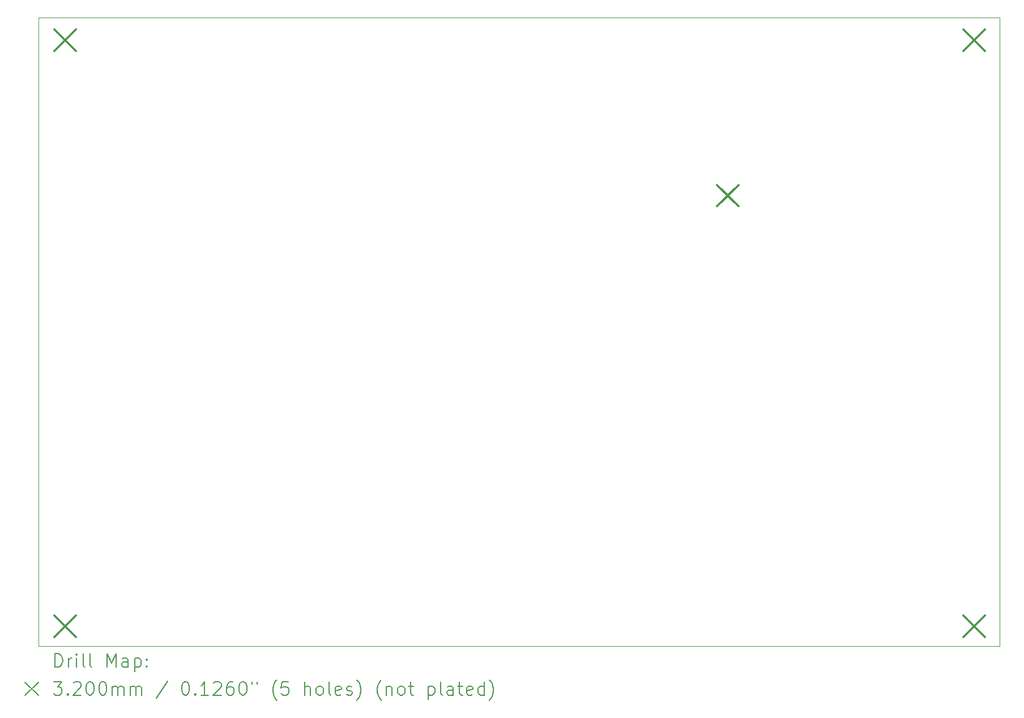
<source format=gbr>
%TF.GenerationSoftware,KiCad,Pcbnew,7.0.2*%
%TF.CreationDate,2023-10-13T15:39:27+02:00*%
%TF.ProjectId,Module_3,4d6f6475-6c65-45f3-932e-6b696361645f,rev?*%
%TF.SameCoordinates,Original*%
%TF.FileFunction,Drillmap*%
%TF.FilePolarity,Positive*%
%FSLAX45Y45*%
G04 Gerber Fmt 4.5, Leading zero omitted, Abs format (unit mm)*
G04 Created by KiCad (PCBNEW 7.0.2) date 2023-10-13 15:39:27*
%MOMM*%
%LPD*%
G01*
G04 APERTURE LIST*
%ADD10C,0.100000*%
%ADD11C,0.200000*%
%ADD12C,0.320000*%
G04 APERTURE END LIST*
D10*
X7988300Y-4612800D02*
X22352000Y-4612800D01*
X22352000Y-14010800D01*
X7988300Y-14010800D01*
X7988300Y-4612800D01*
D11*
D12*
X8222000Y-4793000D02*
X8542000Y-5113000D01*
X8542000Y-4793000D02*
X8222000Y-5113000D01*
X8222000Y-13556000D02*
X8542000Y-13876000D01*
X8542000Y-13556000D02*
X8222000Y-13876000D01*
X18128000Y-7119800D02*
X18448000Y-7439800D01*
X18448000Y-7119800D02*
X18128000Y-7439800D01*
X21811000Y-4793000D02*
X22131000Y-5113000D01*
X22131000Y-4793000D02*
X21811000Y-5113000D01*
X21811000Y-13556000D02*
X22131000Y-13876000D01*
X22131000Y-13556000D02*
X21811000Y-13876000D01*
D11*
X8230919Y-14328324D02*
X8230919Y-14128324D01*
X8230919Y-14128324D02*
X8278538Y-14128324D01*
X8278538Y-14128324D02*
X8307109Y-14137848D01*
X8307109Y-14137848D02*
X8326157Y-14156895D01*
X8326157Y-14156895D02*
X8335681Y-14175943D01*
X8335681Y-14175943D02*
X8345205Y-14214038D01*
X8345205Y-14214038D02*
X8345205Y-14242609D01*
X8345205Y-14242609D02*
X8335681Y-14280705D01*
X8335681Y-14280705D02*
X8326157Y-14299752D01*
X8326157Y-14299752D02*
X8307109Y-14318800D01*
X8307109Y-14318800D02*
X8278538Y-14328324D01*
X8278538Y-14328324D02*
X8230919Y-14328324D01*
X8430919Y-14328324D02*
X8430919Y-14194990D01*
X8430919Y-14233086D02*
X8440443Y-14214038D01*
X8440443Y-14214038D02*
X8449967Y-14204514D01*
X8449967Y-14204514D02*
X8469014Y-14194990D01*
X8469014Y-14194990D02*
X8488062Y-14194990D01*
X8554729Y-14328324D02*
X8554729Y-14194990D01*
X8554729Y-14128324D02*
X8545205Y-14137848D01*
X8545205Y-14137848D02*
X8554729Y-14147371D01*
X8554729Y-14147371D02*
X8564252Y-14137848D01*
X8564252Y-14137848D02*
X8554729Y-14128324D01*
X8554729Y-14128324D02*
X8554729Y-14147371D01*
X8678538Y-14328324D02*
X8659490Y-14318800D01*
X8659490Y-14318800D02*
X8649967Y-14299752D01*
X8649967Y-14299752D02*
X8649967Y-14128324D01*
X8783300Y-14328324D02*
X8764252Y-14318800D01*
X8764252Y-14318800D02*
X8754729Y-14299752D01*
X8754729Y-14299752D02*
X8754729Y-14128324D01*
X9011871Y-14328324D02*
X9011871Y-14128324D01*
X9011871Y-14128324D02*
X9078538Y-14271181D01*
X9078538Y-14271181D02*
X9145205Y-14128324D01*
X9145205Y-14128324D02*
X9145205Y-14328324D01*
X9326157Y-14328324D02*
X9326157Y-14223562D01*
X9326157Y-14223562D02*
X9316633Y-14204514D01*
X9316633Y-14204514D02*
X9297586Y-14194990D01*
X9297586Y-14194990D02*
X9259490Y-14194990D01*
X9259490Y-14194990D02*
X9240443Y-14204514D01*
X9326157Y-14318800D02*
X9307110Y-14328324D01*
X9307110Y-14328324D02*
X9259490Y-14328324D01*
X9259490Y-14328324D02*
X9240443Y-14318800D01*
X9240443Y-14318800D02*
X9230919Y-14299752D01*
X9230919Y-14299752D02*
X9230919Y-14280705D01*
X9230919Y-14280705D02*
X9240443Y-14261657D01*
X9240443Y-14261657D02*
X9259490Y-14252133D01*
X9259490Y-14252133D02*
X9307110Y-14252133D01*
X9307110Y-14252133D02*
X9326157Y-14242609D01*
X9421395Y-14194990D02*
X9421395Y-14394990D01*
X9421395Y-14204514D02*
X9440443Y-14194990D01*
X9440443Y-14194990D02*
X9478538Y-14194990D01*
X9478538Y-14194990D02*
X9497586Y-14204514D01*
X9497586Y-14204514D02*
X9507110Y-14214038D01*
X9507110Y-14214038D02*
X9516633Y-14233086D01*
X9516633Y-14233086D02*
X9516633Y-14290228D01*
X9516633Y-14290228D02*
X9507110Y-14309276D01*
X9507110Y-14309276D02*
X9497586Y-14318800D01*
X9497586Y-14318800D02*
X9478538Y-14328324D01*
X9478538Y-14328324D02*
X9440443Y-14328324D01*
X9440443Y-14328324D02*
X9421395Y-14318800D01*
X9602348Y-14309276D02*
X9611871Y-14318800D01*
X9611871Y-14318800D02*
X9602348Y-14328324D01*
X9602348Y-14328324D02*
X9592824Y-14318800D01*
X9592824Y-14318800D02*
X9602348Y-14309276D01*
X9602348Y-14309276D02*
X9602348Y-14328324D01*
X9602348Y-14204514D02*
X9611871Y-14214038D01*
X9611871Y-14214038D02*
X9602348Y-14223562D01*
X9602348Y-14223562D02*
X9592824Y-14214038D01*
X9592824Y-14214038D02*
X9602348Y-14204514D01*
X9602348Y-14204514D02*
X9602348Y-14223562D01*
X7783300Y-14555800D02*
X7983300Y-14755800D01*
X7983300Y-14555800D02*
X7783300Y-14755800D01*
X8211871Y-14548324D02*
X8335681Y-14548324D01*
X8335681Y-14548324D02*
X8269014Y-14624514D01*
X8269014Y-14624514D02*
X8297586Y-14624514D01*
X8297586Y-14624514D02*
X8316633Y-14634038D01*
X8316633Y-14634038D02*
X8326157Y-14643562D01*
X8326157Y-14643562D02*
X8335681Y-14662609D01*
X8335681Y-14662609D02*
X8335681Y-14710228D01*
X8335681Y-14710228D02*
X8326157Y-14729276D01*
X8326157Y-14729276D02*
X8316633Y-14738800D01*
X8316633Y-14738800D02*
X8297586Y-14748324D01*
X8297586Y-14748324D02*
X8240443Y-14748324D01*
X8240443Y-14748324D02*
X8221395Y-14738800D01*
X8221395Y-14738800D02*
X8211871Y-14729276D01*
X8421395Y-14729276D02*
X8430919Y-14738800D01*
X8430919Y-14738800D02*
X8421395Y-14748324D01*
X8421395Y-14748324D02*
X8411871Y-14738800D01*
X8411871Y-14738800D02*
X8421395Y-14729276D01*
X8421395Y-14729276D02*
X8421395Y-14748324D01*
X8507110Y-14567371D02*
X8516633Y-14557848D01*
X8516633Y-14557848D02*
X8535681Y-14548324D01*
X8535681Y-14548324D02*
X8583300Y-14548324D01*
X8583300Y-14548324D02*
X8602348Y-14557848D01*
X8602348Y-14557848D02*
X8611871Y-14567371D01*
X8611871Y-14567371D02*
X8621395Y-14586419D01*
X8621395Y-14586419D02*
X8621395Y-14605467D01*
X8621395Y-14605467D02*
X8611871Y-14634038D01*
X8611871Y-14634038D02*
X8497586Y-14748324D01*
X8497586Y-14748324D02*
X8621395Y-14748324D01*
X8745205Y-14548324D02*
X8764252Y-14548324D01*
X8764252Y-14548324D02*
X8783300Y-14557848D01*
X8783300Y-14557848D02*
X8792824Y-14567371D01*
X8792824Y-14567371D02*
X8802348Y-14586419D01*
X8802348Y-14586419D02*
X8811871Y-14624514D01*
X8811871Y-14624514D02*
X8811871Y-14672133D01*
X8811871Y-14672133D02*
X8802348Y-14710228D01*
X8802348Y-14710228D02*
X8792824Y-14729276D01*
X8792824Y-14729276D02*
X8783300Y-14738800D01*
X8783300Y-14738800D02*
X8764252Y-14748324D01*
X8764252Y-14748324D02*
X8745205Y-14748324D01*
X8745205Y-14748324D02*
X8726157Y-14738800D01*
X8726157Y-14738800D02*
X8716633Y-14729276D01*
X8716633Y-14729276D02*
X8707110Y-14710228D01*
X8707110Y-14710228D02*
X8697586Y-14672133D01*
X8697586Y-14672133D02*
X8697586Y-14624514D01*
X8697586Y-14624514D02*
X8707110Y-14586419D01*
X8707110Y-14586419D02*
X8716633Y-14567371D01*
X8716633Y-14567371D02*
X8726157Y-14557848D01*
X8726157Y-14557848D02*
X8745205Y-14548324D01*
X8935681Y-14548324D02*
X8954729Y-14548324D01*
X8954729Y-14548324D02*
X8973776Y-14557848D01*
X8973776Y-14557848D02*
X8983300Y-14567371D01*
X8983300Y-14567371D02*
X8992824Y-14586419D01*
X8992824Y-14586419D02*
X9002348Y-14624514D01*
X9002348Y-14624514D02*
X9002348Y-14672133D01*
X9002348Y-14672133D02*
X8992824Y-14710228D01*
X8992824Y-14710228D02*
X8983300Y-14729276D01*
X8983300Y-14729276D02*
X8973776Y-14738800D01*
X8973776Y-14738800D02*
X8954729Y-14748324D01*
X8954729Y-14748324D02*
X8935681Y-14748324D01*
X8935681Y-14748324D02*
X8916633Y-14738800D01*
X8916633Y-14738800D02*
X8907110Y-14729276D01*
X8907110Y-14729276D02*
X8897586Y-14710228D01*
X8897586Y-14710228D02*
X8888062Y-14672133D01*
X8888062Y-14672133D02*
X8888062Y-14624514D01*
X8888062Y-14624514D02*
X8897586Y-14586419D01*
X8897586Y-14586419D02*
X8907110Y-14567371D01*
X8907110Y-14567371D02*
X8916633Y-14557848D01*
X8916633Y-14557848D02*
X8935681Y-14548324D01*
X9088062Y-14748324D02*
X9088062Y-14614990D01*
X9088062Y-14634038D02*
X9097586Y-14624514D01*
X9097586Y-14624514D02*
X9116633Y-14614990D01*
X9116633Y-14614990D02*
X9145205Y-14614990D01*
X9145205Y-14614990D02*
X9164252Y-14624514D01*
X9164252Y-14624514D02*
X9173776Y-14643562D01*
X9173776Y-14643562D02*
X9173776Y-14748324D01*
X9173776Y-14643562D02*
X9183300Y-14624514D01*
X9183300Y-14624514D02*
X9202348Y-14614990D01*
X9202348Y-14614990D02*
X9230919Y-14614990D01*
X9230919Y-14614990D02*
X9249967Y-14624514D01*
X9249967Y-14624514D02*
X9259491Y-14643562D01*
X9259491Y-14643562D02*
X9259491Y-14748324D01*
X9354729Y-14748324D02*
X9354729Y-14614990D01*
X9354729Y-14634038D02*
X9364252Y-14624514D01*
X9364252Y-14624514D02*
X9383300Y-14614990D01*
X9383300Y-14614990D02*
X9411872Y-14614990D01*
X9411872Y-14614990D02*
X9430919Y-14624514D01*
X9430919Y-14624514D02*
X9440443Y-14643562D01*
X9440443Y-14643562D02*
X9440443Y-14748324D01*
X9440443Y-14643562D02*
X9449967Y-14624514D01*
X9449967Y-14624514D02*
X9469014Y-14614990D01*
X9469014Y-14614990D02*
X9497586Y-14614990D01*
X9497586Y-14614990D02*
X9516633Y-14624514D01*
X9516633Y-14624514D02*
X9526157Y-14643562D01*
X9526157Y-14643562D02*
X9526157Y-14748324D01*
X9916633Y-14538800D02*
X9745205Y-14795943D01*
X10173776Y-14548324D02*
X10192824Y-14548324D01*
X10192824Y-14548324D02*
X10211872Y-14557848D01*
X10211872Y-14557848D02*
X10221395Y-14567371D01*
X10221395Y-14567371D02*
X10230919Y-14586419D01*
X10230919Y-14586419D02*
X10240443Y-14624514D01*
X10240443Y-14624514D02*
X10240443Y-14672133D01*
X10240443Y-14672133D02*
X10230919Y-14710228D01*
X10230919Y-14710228D02*
X10221395Y-14729276D01*
X10221395Y-14729276D02*
X10211872Y-14738800D01*
X10211872Y-14738800D02*
X10192824Y-14748324D01*
X10192824Y-14748324D02*
X10173776Y-14748324D01*
X10173776Y-14748324D02*
X10154729Y-14738800D01*
X10154729Y-14738800D02*
X10145205Y-14729276D01*
X10145205Y-14729276D02*
X10135681Y-14710228D01*
X10135681Y-14710228D02*
X10126157Y-14672133D01*
X10126157Y-14672133D02*
X10126157Y-14624514D01*
X10126157Y-14624514D02*
X10135681Y-14586419D01*
X10135681Y-14586419D02*
X10145205Y-14567371D01*
X10145205Y-14567371D02*
X10154729Y-14557848D01*
X10154729Y-14557848D02*
X10173776Y-14548324D01*
X10326157Y-14729276D02*
X10335681Y-14738800D01*
X10335681Y-14738800D02*
X10326157Y-14748324D01*
X10326157Y-14748324D02*
X10316634Y-14738800D01*
X10316634Y-14738800D02*
X10326157Y-14729276D01*
X10326157Y-14729276D02*
X10326157Y-14748324D01*
X10526157Y-14748324D02*
X10411872Y-14748324D01*
X10469014Y-14748324D02*
X10469014Y-14548324D01*
X10469014Y-14548324D02*
X10449967Y-14576895D01*
X10449967Y-14576895D02*
X10430919Y-14595943D01*
X10430919Y-14595943D02*
X10411872Y-14605467D01*
X10602348Y-14567371D02*
X10611872Y-14557848D01*
X10611872Y-14557848D02*
X10630919Y-14548324D01*
X10630919Y-14548324D02*
X10678538Y-14548324D01*
X10678538Y-14548324D02*
X10697586Y-14557848D01*
X10697586Y-14557848D02*
X10707110Y-14567371D01*
X10707110Y-14567371D02*
X10716634Y-14586419D01*
X10716634Y-14586419D02*
X10716634Y-14605467D01*
X10716634Y-14605467D02*
X10707110Y-14634038D01*
X10707110Y-14634038D02*
X10592824Y-14748324D01*
X10592824Y-14748324D02*
X10716634Y-14748324D01*
X10888062Y-14548324D02*
X10849967Y-14548324D01*
X10849967Y-14548324D02*
X10830919Y-14557848D01*
X10830919Y-14557848D02*
X10821395Y-14567371D01*
X10821395Y-14567371D02*
X10802348Y-14595943D01*
X10802348Y-14595943D02*
X10792824Y-14634038D01*
X10792824Y-14634038D02*
X10792824Y-14710228D01*
X10792824Y-14710228D02*
X10802348Y-14729276D01*
X10802348Y-14729276D02*
X10811872Y-14738800D01*
X10811872Y-14738800D02*
X10830919Y-14748324D01*
X10830919Y-14748324D02*
X10869015Y-14748324D01*
X10869015Y-14748324D02*
X10888062Y-14738800D01*
X10888062Y-14738800D02*
X10897586Y-14729276D01*
X10897586Y-14729276D02*
X10907110Y-14710228D01*
X10907110Y-14710228D02*
X10907110Y-14662609D01*
X10907110Y-14662609D02*
X10897586Y-14643562D01*
X10897586Y-14643562D02*
X10888062Y-14634038D01*
X10888062Y-14634038D02*
X10869015Y-14624514D01*
X10869015Y-14624514D02*
X10830919Y-14624514D01*
X10830919Y-14624514D02*
X10811872Y-14634038D01*
X10811872Y-14634038D02*
X10802348Y-14643562D01*
X10802348Y-14643562D02*
X10792824Y-14662609D01*
X11030919Y-14548324D02*
X11049967Y-14548324D01*
X11049967Y-14548324D02*
X11069015Y-14557848D01*
X11069015Y-14557848D02*
X11078538Y-14567371D01*
X11078538Y-14567371D02*
X11088062Y-14586419D01*
X11088062Y-14586419D02*
X11097586Y-14624514D01*
X11097586Y-14624514D02*
X11097586Y-14672133D01*
X11097586Y-14672133D02*
X11088062Y-14710228D01*
X11088062Y-14710228D02*
X11078538Y-14729276D01*
X11078538Y-14729276D02*
X11069015Y-14738800D01*
X11069015Y-14738800D02*
X11049967Y-14748324D01*
X11049967Y-14748324D02*
X11030919Y-14748324D01*
X11030919Y-14748324D02*
X11011872Y-14738800D01*
X11011872Y-14738800D02*
X11002348Y-14729276D01*
X11002348Y-14729276D02*
X10992824Y-14710228D01*
X10992824Y-14710228D02*
X10983300Y-14672133D01*
X10983300Y-14672133D02*
X10983300Y-14624514D01*
X10983300Y-14624514D02*
X10992824Y-14586419D01*
X10992824Y-14586419D02*
X11002348Y-14567371D01*
X11002348Y-14567371D02*
X11011872Y-14557848D01*
X11011872Y-14557848D02*
X11030919Y-14548324D01*
X11173776Y-14548324D02*
X11173776Y-14586419D01*
X11249967Y-14548324D02*
X11249967Y-14586419D01*
X11545205Y-14824514D02*
X11535681Y-14814990D01*
X11535681Y-14814990D02*
X11516634Y-14786419D01*
X11516634Y-14786419D02*
X11507110Y-14767371D01*
X11507110Y-14767371D02*
X11497586Y-14738800D01*
X11497586Y-14738800D02*
X11488062Y-14691181D01*
X11488062Y-14691181D02*
X11488062Y-14653086D01*
X11488062Y-14653086D02*
X11497586Y-14605467D01*
X11497586Y-14605467D02*
X11507110Y-14576895D01*
X11507110Y-14576895D02*
X11516634Y-14557848D01*
X11516634Y-14557848D02*
X11535681Y-14529276D01*
X11535681Y-14529276D02*
X11545205Y-14519752D01*
X11716634Y-14548324D02*
X11621395Y-14548324D01*
X11621395Y-14548324D02*
X11611872Y-14643562D01*
X11611872Y-14643562D02*
X11621395Y-14634038D01*
X11621395Y-14634038D02*
X11640443Y-14624514D01*
X11640443Y-14624514D02*
X11688062Y-14624514D01*
X11688062Y-14624514D02*
X11707110Y-14634038D01*
X11707110Y-14634038D02*
X11716634Y-14643562D01*
X11716634Y-14643562D02*
X11726157Y-14662609D01*
X11726157Y-14662609D02*
X11726157Y-14710228D01*
X11726157Y-14710228D02*
X11716634Y-14729276D01*
X11716634Y-14729276D02*
X11707110Y-14738800D01*
X11707110Y-14738800D02*
X11688062Y-14748324D01*
X11688062Y-14748324D02*
X11640443Y-14748324D01*
X11640443Y-14748324D02*
X11621395Y-14738800D01*
X11621395Y-14738800D02*
X11611872Y-14729276D01*
X11964253Y-14748324D02*
X11964253Y-14548324D01*
X12049967Y-14748324D02*
X12049967Y-14643562D01*
X12049967Y-14643562D02*
X12040443Y-14624514D01*
X12040443Y-14624514D02*
X12021396Y-14614990D01*
X12021396Y-14614990D02*
X11992824Y-14614990D01*
X11992824Y-14614990D02*
X11973776Y-14624514D01*
X11973776Y-14624514D02*
X11964253Y-14634038D01*
X12173776Y-14748324D02*
X12154729Y-14738800D01*
X12154729Y-14738800D02*
X12145205Y-14729276D01*
X12145205Y-14729276D02*
X12135681Y-14710228D01*
X12135681Y-14710228D02*
X12135681Y-14653086D01*
X12135681Y-14653086D02*
X12145205Y-14634038D01*
X12145205Y-14634038D02*
X12154729Y-14624514D01*
X12154729Y-14624514D02*
X12173776Y-14614990D01*
X12173776Y-14614990D02*
X12202348Y-14614990D01*
X12202348Y-14614990D02*
X12221396Y-14624514D01*
X12221396Y-14624514D02*
X12230919Y-14634038D01*
X12230919Y-14634038D02*
X12240443Y-14653086D01*
X12240443Y-14653086D02*
X12240443Y-14710228D01*
X12240443Y-14710228D02*
X12230919Y-14729276D01*
X12230919Y-14729276D02*
X12221396Y-14738800D01*
X12221396Y-14738800D02*
X12202348Y-14748324D01*
X12202348Y-14748324D02*
X12173776Y-14748324D01*
X12354729Y-14748324D02*
X12335681Y-14738800D01*
X12335681Y-14738800D02*
X12326157Y-14719752D01*
X12326157Y-14719752D02*
X12326157Y-14548324D01*
X12507110Y-14738800D02*
X12488062Y-14748324D01*
X12488062Y-14748324D02*
X12449967Y-14748324D01*
X12449967Y-14748324D02*
X12430919Y-14738800D01*
X12430919Y-14738800D02*
X12421396Y-14719752D01*
X12421396Y-14719752D02*
X12421396Y-14643562D01*
X12421396Y-14643562D02*
X12430919Y-14624514D01*
X12430919Y-14624514D02*
X12449967Y-14614990D01*
X12449967Y-14614990D02*
X12488062Y-14614990D01*
X12488062Y-14614990D02*
X12507110Y-14624514D01*
X12507110Y-14624514D02*
X12516634Y-14643562D01*
X12516634Y-14643562D02*
X12516634Y-14662609D01*
X12516634Y-14662609D02*
X12421396Y-14681657D01*
X12592824Y-14738800D02*
X12611872Y-14748324D01*
X12611872Y-14748324D02*
X12649967Y-14748324D01*
X12649967Y-14748324D02*
X12669015Y-14738800D01*
X12669015Y-14738800D02*
X12678538Y-14719752D01*
X12678538Y-14719752D02*
X12678538Y-14710228D01*
X12678538Y-14710228D02*
X12669015Y-14691181D01*
X12669015Y-14691181D02*
X12649967Y-14681657D01*
X12649967Y-14681657D02*
X12621396Y-14681657D01*
X12621396Y-14681657D02*
X12602348Y-14672133D01*
X12602348Y-14672133D02*
X12592824Y-14653086D01*
X12592824Y-14653086D02*
X12592824Y-14643562D01*
X12592824Y-14643562D02*
X12602348Y-14624514D01*
X12602348Y-14624514D02*
X12621396Y-14614990D01*
X12621396Y-14614990D02*
X12649967Y-14614990D01*
X12649967Y-14614990D02*
X12669015Y-14624514D01*
X12745205Y-14824514D02*
X12754729Y-14814990D01*
X12754729Y-14814990D02*
X12773777Y-14786419D01*
X12773777Y-14786419D02*
X12783300Y-14767371D01*
X12783300Y-14767371D02*
X12792824Y-14738800D01*
X12792824Y-14738800D02*
X12802348Y-14691181D01*
X12802348Y-14691181D02*
X12802348Y-14653086D01*
X12802348Y-14653086D02*
X12792824Y-14605467D01*
X12792824Y-14605467D02*
X12783300Y-14576895D01*
X12783300Y-14576895D02*
X12773777Y-14557848D01*
X12773777Y-14557848D02*
X12754729Y-14529276D01*
X12754729Y-14529276D02*
X12745205Y-14519752D01*
X13107110Y-14824514D02*
X13097586Y-14814990D01*
X13097586Y-14814990D02*
X13078538Y-14786419D01*
X13078538Y-14786419D02*
X13069015Y-14767371D01*
X13069015Y-14767371D02*
X13059491Y-14738800D01*
X13059491Y-14738800D02*
X13049967Y-14691181D01*
X13049967Y-14691181D02*
X13049967Y-14653086D01*
X13049967Y-14653086D02*
X13059491Y-14605467D01*
X13059491Y-14605467D02*
X13069015Y-14576895D01*
X13069015Y-14576895D02*
X13078538Y-14557848D01*
X13078538Y-14557848D02*
X13097586Y-14529276D01*
X13097586Y-14529276D02*
X13107110Y-14519752D01*
X13183300Y-14614990D02*
X13183300Y-14748324D01*
X13183300Y-14634038D02*
X13192824Y-14624514D01*
X13192824Y-14624514D02*
X13211872Y-14614990D01*
X13211872Y-14614990D02*
X13240443Y-14614990D01*
X13240443Y-14614990D02*
X13259491Y-14624514D01*
X13259491Y-14624514D02*
X13269015Y-14643562D01*
X13269015Y-14643562D02*
X13269015Y-14748324D01*
X13392824Y-14748324D02*
X13373777Y-14738800D01*
X13373777Y-14738800D02*
X13364253Y-14729276D01*
X13364253Y-14729276D02*
X13354729Y-14710228D01*
X13354729Y-14710228D02*
X13354729Y-14653086D01*
X13354729Y-14653086D02*
X13364253Y-14634038D01*
X13364253Y-14634038D02*
X13373777Y-14624514D01*
X13373777Y-14624514D02*
X13392824Y-14614990D01*
X13392824Y-14614990D02*
X13421396Y-14614990D01*
X13421396Y-14614990D02*
X13440443Y-14624514D01*
X13440443Y-14624514D02*
X13449967Y-14634038D01*
X13449967Y-14634038D02*
X13459491Y-14653086D01*
X13459491Y-14653086D02*
X13459491Y-14710228D01*
X13459491Y-14710228D02*
X13449967Y-14729276D01*
X13449967Y-14729276D02*
X13440443Y-14738800D01*
X13440443Y-14738800D02*
X13421396Y-14748324D01*
X13421396Y-14748324D02*
X13392824Y-14748324D01*
X13516634Y-14614990D02*
X13592824Y-14614990D01*
X13545205Y-14548324D02*
X13545205Y-14719752D01*
X13545205Y-14719752D02*
X13554729Y-14738800D01*
X13554729Y-14738800D02*
X13573777Y-14748324D01*
X13573777Y-14748324D02*
X13592824Y-14748324D01*
X13811872Y-14614990D02*
X13811872Y-14814990D01*
X13811872Y-14624514D02*
X13830919Y-14614990D01*
X13830919Y-14614990D02*
X13869015Y-14614990D01*
X13869015Y-14614990D02*
X13888062Y-14624514D01*
X13888062Y-14624514D02*
X13897586Y-14634038D01*
X13897586Y-14634038D02*
X13907110Y-14653086D01*
X13907110Y-14653086D02*
X13907110Y-14710228D01*
X13907110Y-14710228D02*
X13897586Y-14729276D01*
X13897586Y-14729276D02*
X13888062Y-14738800D01*
X13888062Y-14738800D02*
X13869015Y-14748324D01*
X13869015Y-14748324D02*
X13830919Y-14748324D01*
X13830919Y-14748324D02*
X13811872Y-14738800D01*
X14021396Y-14748324D02*
X14002348Y-14738800D01*
X14002348Y-14738800D02*
X13992824Y-14719752D01*
X13992824Y-14719752D02*
X13992824Y-14548324D01*
X14183300Y-14748324D02*
X14183300Y-14643562D01*
X14183300Y-14643562D02*
X14173777Y-14624514D01*
X14173777Y-14624514D02*
X14154729Y-14614990D01*
X14154729Y-14614990D02*
X14116634Y-14614990D01*
X14116634Y-14614990D02*
X14097586Y-14624514D01*
X14183300Y-14738800D02*
X14164253Y-14748324D01*
X14164253Y-14748324D02*
X14116634Y-14748324D01*
X14116634Y-14748324D02*
X14097586Y-14738800D01*
X14097586Y-14738800D02*
X14088062Y-14719752D01*
X14088062Y-14719752D02*
X14088062Y-14700705D01*
X14088062Y-14700705D02*
X14097586Y-14681657D01*
X14097586Y-14681657D02*
X14116634Y-14672133D01*
X14116634Y-14672133D02*
X14164253Y-14672133D01*
X14164253Y-14672133D02*
X14183300Y-14662609D01*
X14249967Y-14614990D02*
X14326158Y-14614990D01*
X14278539Y-14548324D02*
X14278539Y-14719752D01*
X14278539Y-14719752D02*
X14288062Y-14738800D01*
X14288062Y-14738800D02*
X14307110Y-14748324D01*
X14307110Y-14748324D02*
X14326158Y-14748324D01*
X14469015Y-14738800D02*
X14449967Y-14748324D01*
X14449967Y-14748324D02*
X14411872Y-14748324D01*
X14411872Y-14748324D02*
X14392824Y-14738800D01*
X14392824Y-14738800D02*
X14383300Y-14719752D01*
X14383300Y-14719752D02*
X14383300Y-14643562D01*
X14383300Y-14643562D02*
X14392824Y-14624514D01*
X14392824Y-14624514D02*
X14411872Y-14614990D01*
X14411872Y-14614990D02*
X14449967Y-14614990D01*
X14449967Y-14614990D02*
X14469015Y-14624514D01*
X14469015Y-14624514D02*
X14478539Y-14643562D01*
X14478539Y-14643562D02*
X14478539Y-14662609D01*
X14478539Y-14662609D02*
X14383300Y-14681657D01*
X14649967Y-14748324D02*
X14649967Y-14548324D01*
X14649967Y-14738800D02*
X14630920Y-14748324D01*
X14630920Y-14748324D02*
X14592824Y-14748324D01*
X14592824Y-14748324D02*
X14573777Y-14738800D01*
X14573777Y-14738800D02*
X14564253Y-14729276D01*
X14564253Y-14729276D02*
X14554729Y-14710228D01*
X14554729Y-14710228D02*
X14554729Y-14653086D01*
X14554729Y-14653086D02*
X14564253Y-14634038D01*
X14564253Y-14634038D02*
X14573777Y-14624514D01*
X14573777Y-14624514D02*
X14592824Y-14614990D01*
X14592824Y-14614990D02*
X14630920Y-14614990D01*
X14630920Y-14614990D02*
X14649967Y-14624514D01*
X14726158Y-14824514D02*
X14735681Y-14814990D01*
X14735681Y-14814990D02*
X14754729Y-14786419D01*
X14754729Y-14786419D02*
X14764253Y-14767371D01*
X14764253Y-14767371D02*
X14773777Y-14738800D01*
X14773777Y-14738800D02*
X14783300Y-14691181D01*
X14783300Y-14691181D02*
X14783300Y-14653086D01*
X14783300Y-14653086D02*
X14773777Y-14605467D01*
X14773777Y-14605467D02*
X14764253Y-14576895D01*
X14764253Y-14576895D02*
X14754729Y-14557848D01*
X14754729Y-14557848D02*
X14735681Y-14529276D01*
X14735681Y-14529276D02*
X14726158Y-14519752D01*
M02*

</source>
